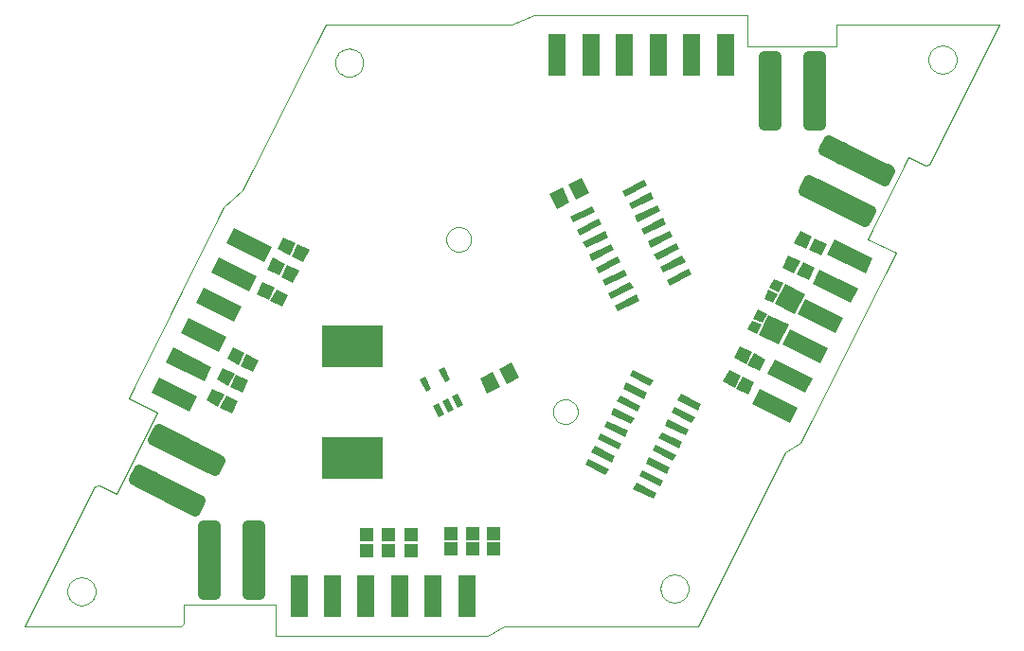
<source format=gbp>
G75*
%MOIN*%
%OFA0B0*%
%FSLAX24Y24*%
%IPPOS*%
%LPD*%
%AMOC8*
5,1,8,0,0,1.08239X$1,22.5*
%
%ADD10C,0.0000*%
%ADD11R,0.0236X0.0866*%
%ADD12R,0.0217X0.0472*%
%ADD13R,0.2165X0.1516*%
%ADD14R,0.0591X0.1496*%
%ADD15C,0.0394*%
%ADD16R,0.0512X0.0591*%
%ADD17R,0.0810X0.0240*%
%ADD18R,0.0472X0.0472*%
%ADD19R,0.0354X0.0354*%
%ADD20R,0.0787X0.0787*%
%ADD21R,0.0472X0.0472*%
D10*
X001464Y001214D02*
X006978Y001214D01*
X007083Y001332D01*
X007084Y001992D01*
X010297Y001990D01*
X010291Y000897D01*
X017774Y000897D01*
X018329Y001214D01*
X025175Y001214D01*
X028236Y007336D01*
X028767Y007690D01*
X032134Y014373D01*
X031140Y014865D01*
X032577Y017739D01*
X033167Y017444D01*
X033315Y017483D01*
X035785Y022424D01*
X030024Y022423D01*
X030024Y022424D02*
X030024Y021647D01*
X026911Y021647D01*
X026911Y022739D01*
X019397Y022739D01*
X018610Y022424D01*
X012065Y022424D01*
X009141Y016568D01*
X008482Y015977D01*
X005126Y009265D01*
X006140Y008753D01*
X004703Y005889D01*
X004112Y006184D01*
X003925Y006145D01*
X001464Y001214D01*
X002981Y002453D02*
X002983Y002497D01*
X002989Y002541D01*
X002999Y002584D01*
X003012Y002626D01*
X003030Y002666D01*
X003051Y002705D01*
X003075Y002742D01*
X003102Y002777D01*
X003133Y002809D01*
X003166Y002838D01*
X003202Y002864D01*
X003240Y002886D01*
X003280Y002905D01*
X003321Y002921D01*
X003364Y002933D01*
X003407Y002941D01*
X003451Y002945D01*
X003495Y002945D01*
X003539Y002941D01*
X003582Y002933D01*
X003625Y002921D01*
X003666Y002905D01*
X003706Y002886D01*
X003744Y002864D01*
X003780Y002838D01*
X003813Y002809D01*
X003844Y002777D01*
X003871Y002742D01*
X003895Y002705D01*
X003916Y002666D01*
X003934Y002626D01*
X003947Y002584D01*
X003957Y002541D01*
X003963Y002497D01*
X003965Y002453D01*
X003963Y002409D01*
X003957Y002365D01*
X003947Y002322D01*
X003934Y002280D01*
X003916Y002240D01*
X003895Y002201D01*
X003871Y002164D01*
X003844Y002129D01*
X003813Y002097D01*
X003780Y002068D01*
X003744Y002042D01*
X003706Y002020D01*
X003666Y002001D01*
X003625Y001985D01*
X003582Y001973D01*
X003539Y001965D01*
X003495Y001961D01*
X003451Y001961D01*
X003407Y001965D01*
X003364Y001973D01*
X003321Y001985D01*
X003280Y002001D01*
X003240Y002020D01*
X003202Y002042D01*
X003166Y002068D01*
X003133Y002097D01*
X003102Y002129D01*
X003075Y002164D01*
X003051Y002201D01*
X003030Y002240D01*
X003012Y002280D01*
X002999Y002322D01*
X002989Y002365D01*
X002983Y002409D01*
X002981Y002453D01*
X016313Y014853D02*
X016315Y014894D01*
X016321Y014935D01*
X016331Y014975D01*
X016344Y015014D01*
X016361Y015051D01*
X016382Y015087D01*
X016406Y015121D01*
X016433Y015152D01*
X016462Y015180D01*
X016495Y015206D01*
X016529Y015228D01*
X016566Y015247D01*
X016604Y015262D01*
X016644Y015274D01*
X016684Y015282D01*
X016725Y015286D01*
X016767Y015286D01*
X016808Y015282D01*
X016848Y015274D01*
X016888Y015262D01*
X016926Y015247D01*
X016962Y015228D01*
X016997Y015206D01*
X017030Y015180D01*
X017059Y015152D01*
X017086Y015121D01*
X017110Y015087D01*
X017131Y015051D01*
X017148Y015014D01*
X017161Y014975D01*
X017171Y014935D01*
X017177Y014894D01*
X017179Y014853D01*
X017177Y014812D01*
X017171Y014771D01*
X017161Y014731D01*
X017148Y014692D01*
X017131Y014655D01*
X017110Y014619D01*
X017086Y014585D01*
X017059Y014554D01*
X017030Y014526D01*
X016997Y014500D01*
X016963Y014478D01*
X016926Y014459D01*
X016888Y014444D01*
X016848Y014432D01*
X016808Y014424D01*
X016767Y014420D01*
X016725Y014420D01*
X016684Y014424D01*
X016644Y014432D01*
X016604Y014444D01*
X016566Y014459D01*
X016530Y014478D01*
X016495Y014500D01*
X016462Y014526D01*
X016433Y014554D01*
X016406Y014585D01*
X016382Y014619D01*
X016361Y014655D01*
X016344Y014692D01*
X016331Y014731D01*
X016321Y014771D01*
X016315Y014812D01*
X016313Y014853D01*
X012400Y021079D02*
X012402Y021123D01*
X012408Y021167D01*
X012418Y021210D01*
X012431Y021252D01*
X012449Y021292D01*
X012470Y021331D01*
X012494Y021368D01*
X012521Y021403D01*
X012552Y021435D01*
X012585Y021464D01*
X012621Y021490D01*
X012659Y021512D01*
X012699Y021531D01*
X012740Y021547D01*
X012783Y021559D01*
X012826Y021567D01*
X012870Y021571D01*
X012914Y021571D01*
X012958Y021567D01*
X013001Y021559D01*
X013044Y021547D01*
X013085Y021531D01*
X013125Y021512D01*
X013163Y021490D01*
X013199Y021464D01*
X013232Y021435D01*
X013263Y021403D01*
X013290Y021368D01*
X013314Y021331D01*
X013335Y021292D01*
X013353Y021252D01*
X013366Y021210D01*
X013376Y021167D01*
X013382Y021123D01*
X013384Y021079D01*
X013382Y021035D01*
X013376Y020991D01*
X013366Y020948D01*
X013353Y020906D01*
X013335Y020866D01*
X013314Y020827D01*
X013290Y020790D01*
X013263Y020755D01*
X013232Y020723D01*
X013199Y020694D01*
X013163Y020668D01*
X013125Y020646D01*
X013085Y020627D01*
X013044Y020611D01*
X013001Y020599D01*
X012958Y020591D01*
X012914Y020587D01*
X012870Y020587D01*
X012826Y020591D01*
X012783Y020599D01*
X012740Y020611D01*
X012699Y020627D01*
X012659Y020646D01*
X012621Y020668D01*
X012585Y020694D01*
X012552Y020723D01*
X012521Y020755D01*
X012494Y020790D01*
X012470Y020827D01*
X012449Y020866D01*
X012431Y020906D01*
X012418Y020948D01*
X012408Y020991D01*
X012402Y021035D01*
X012400Y021079D01*
X020065Y008781D02*
X020067Y008822D01*
X020073Y008863D01*
X020083Y008903D01*
X020096Y008942D01*
X020113Y008979D01*
X020134Y009015D01*
X020158Y009049D01*
X020185Y009080D01*
X020214Y009108D01*
X020247Y009134D01*
X020281Y009156D01*
X020318Y009175D01*
X020356Y009190D01*
X020396Y009202D01*
X020436Y009210D01*
X020477Y009214D01*
X020519Y009214D01*
X020560Y009210D01*
X020600Y009202D01*
X020640Y009190D01*
X020678Y009175D01*
X020714Y009156D01*
X020749Y009134D01*
X020782Y009108D01*
X020811Y009080D01*
X020838Y009049D01*
X020862Y009015D01*
X020883Y008979D01*
X020900Y008942D01*
X020913Y008903D01*
X020923Y008863D01*
X020929Y008822D01*
X020931Y008781D01*
X020929Y008740D01*
X020923Y008699D01*
X020913Y008659D01*
X020900Y008620D01*
X020883Y008583D01*
X020862Y008547D01*
X020838Y008513D01*
X020811Y008482D01*
X020782Y008454D01*
X020749Y008428D01*
X020715Y008406D01*
X020678Y008387D01*
X020640Y008372D01*
X020600Y008360D01*
X020560Y008352D01*
X020519Y008348D01*
X020477Y008348D01*
X020436Y008352D01*
X020396Y008360D01*
X020356Y008372D01*
X020318Y008387D01*
X020282Y008406D01*
X020247Y008428D01*
X020214Y008454D01*
X020185Y008482D01*
X020158Y008513D01*
X020134Y008547D01*
X020113Y008583D01*
X020096Y008620D01*
X020083Y008659D01*
X020073Y008699D01*
X020067Y008740D01*
X020065Y008781D01*
X023850Y002550D02*
X023852Y002594D01*
X023858Y002638D01*
X023868Y002681D01*
X023881Y002723D01*
X023899Y002763D01*
X023920Y002802D01*
X023944Y002839D01*
X023971Y002874D01*
X024002Y002906D01*
X024035Y002935D01*
X024071Y002961D01*
X024109Y002983D01*
X024149Y003002D01*
X024190Y003018D01*
X024233Y003030D01*
X024276Y003038D01*
X024320Y003042D01*
X024364Y003042D01*
X024408Y003038D01*
X024451Y003030D01*
X024494Y003018D01*
X024535Y003002D01*
X024575Y002983D01*
X024613Y002961D01*
X024649Y002935D01*
X024682Y002906D01*
X024713Y002874D01*
X024740Y002839D01*
X024764Y002802D01*
X024785Y002763D01*
X024803Y002723D01*
X024816Y002681D01*
X024826Y002638D01*
X024832Y002594D01*
X024834Y002550D01*
X024832Y002506D01*
X024826Y002462D01*
X024816Y002419D01*
X024803Y002377D01*
X024785Y002337D01*
X024764Y002298D01*
X024740Y002261D01*
X024713Y002226D01*
X024682Y002194D01*
X024649Y002165D01*
X024613Y002139D01*
X024575Y002117D01*
X024535Y002098D01*
X024494Y002082D01*
X024451Y002070D01*
X024408Y002062D01*
X024364Y002058D01*
X024320Y002058D01*
X024276Y002062D01*
X024233Y002070D01*
X024190Y002082D01*
X024149Y002098D01*
X024109Y002117D01*
X024071Y002139D01*
X024035Y002165D01*
X024002Y002194D01*
X023971Y002226D01*
X023944Y002261D01*
X023920Y002298D01*
X023899Y002337D01*
X023881Y002377D01*
X023868Y002419D01*
X023858Y002462D01*
X023852Y002506D01*
X023850Y002550D01*
X033280Y021185D02*
X033282Y021229D01*
X033288Y021273D01*
X033298Y021316D01*
X033311Y021358D01*
X033329Y021398D01*
X033350Y021437D01*
X033374Y021474D01*
X033401Y021509D01*
X033432Y021541D01*
X033465Y021570D01*
X033501Y021596D01*
X033539Y021618D01*
X033579Y021637D01*
X033620Y021653D01*
X033663Y021665D01*
X033706Y021673D01*
X033750Y021677D01*
X033794Y021677D01*
X033838Y021673D01*
X033881Y021665D01*
X033924Y021653D01*
X033965Y021637D01*
X034005Y021618D01*
X034043Y021596D01*
X034079Y021570D01*
X034112Y021541D01*
X034143Y021509D01*
X034170Y021474D01*
X034194Y021437D01*
X034215Y021398D01*
X034233Y021358D01*
X034246Y021316D01*
X034256Y021273D01*
X034262Y021229D01*
X034264Y021185D01*
X034262Y021141D01*
X034256Y021097D01*
X034246Y021054D01*
X034233Y021012D01*
X034215Y020972D01*
X034194Y020933D01*
X034170Y020896D01*
X034143Y020861D01*
X034112Y020829D01*
X034079Y020800D01*
X034043Y020774D01*
X034005Y020752D01*
X033965Y020733D01*
X033924Y020717D01*
X033881Y020705D01*
X033838Y020697D01*
X033794Y020693D01*
X033750Y020693D01*
X033706Y020697D01*
X033663Y020705D01*
X033620Y020717D01*
X033579Y020733D01*
X033539Y020752D01*
X033501Y020774D01*
X033465Y020800D01*
X033432Y020829D01*
X033401Y020861D01*
X033374Y020896D01*
X033350Y020933D01*
X033329Y020972D01*
X033311Y021012D01*
X033298Y021054D01*
X033288Y021097D01*
X033282Y021141D01*
X033280Y021185D01*
D11*
G36*
X023279Y015012D02*
X023173Y015223D01*
X023947Y015610D01*
X024053Y015399D01*
X023279Y015012D01*
G37*
G36*
X023503Y014565D02*
X023397Y014776D01*
X024171Y015163D01*
X024277Y014952D01*
X023503Y014565D01*
G37*
G36*
X023726Y014117D02*
X023620Y014328D01*
X024394Y014715D01*
X024500Y014504D01*
X023726Y014117D01*
G37*
G36*
X023950Y013670D02*
X023844Y013881D01*
X024618Y014268D01*
X024724Y014057D01*
X023950Y013670D01*
G37*
G36*
X024174Y013223D02*
X024068Y013434D01*
X024842Y013821D01*
X024948Y013610D01*
X024174Y013223D01*
G37*
G36*
X022344Y012307D02*
X022238Y012518D01*
X023012Y012905D01*
X023118Y012694D01*
X022344Y012307D01*
G37*
G36*
X022120Y012754D02*
X022014Y012965D01*
X022788Y013352D01*
X022894Y013141D01*
X022120Y012754D01*
G37*
G36*
X021896Y013201D02*
X021790Y013412D01*
X022564Y013799D01*
X022670Y013588D01*
X021896Y013201D01*
G37*
G36*
X021672Y013648D02*
X021566Y013859D01*
X022340Y014246D01*
X022446Y014035D01*
X021672Y013648D01*
G37*
G36*
X021448Y014095D02*
X021342Y014306D01*
X022116Y014693D01*
X022222Y014482D01*
X021448Y014095D01*
G37*
G36*
X021224Y014542D02*
X021118Y014753D01*
X021892Y015140D01*
X021998Y014929D01*
X021224Y014542D01*
G37*
G36*
X021000Y014989D02*
X020894Y015200D01*
X021668Y015587D01*
X021774Y015376D01*
X021000Y014989D01*
G37*
G36*
X020776Y015436D02*
X020670Y015647D01*
X021444Y016034D01*
X021550Y015823D01*
X020776Y015436D01*
G37*
G36*
X022607Y016353D02*
X022501Y016564D01*
X023275Y016951D01*
X023381Y016740D01*
X022607Y016353D01*
G37*
G36*
X022831Y015906D02*
X022725Y016117D01*
X023499Y016504D01*
X023605Y016293D01*
X022831Y015906D01*
G37*
G36*
X023055Y015459D02*
X022949Y015670D01*
X023723Y016057D01*
X023829Y015846D01*
X023055Y015459D01*
G37*
D12*
G36*
X016050Y010242D02*
X016243Y010339D01*
X016454Y009918D01*
X016261Y009821D01*
X016050Y010242D01*
G37*
G36*
X015382Y009907D02*
X015575Y010004D01*
X015786Y009583D01*
X015593Y009486D01*
X015382Y009907D01*
G37*
G36*
X015840Y008992D02*
X016033Y009089D01*
X016244Y008668D01*
X016051Y008571D01*
X015840Y008992D01*
G37*
G36*
X016174Y009159D02*
X016367Y009256D01*
X016578Y008835D01*
X016385Y008738D01*
X016174Y009159D01*
G37*
G36*
X016509Y009327D02*
X016702Y009424D01*
X016913Y009003D01*
X016720Y008906D01*
X016509Y009327D01*
G37*
D13*
X013016Y011074D03*
X013016Y007157D03*
D14*
G36*
X006455Y010509D02*
X006719Y011036D01*
X008055Y010367D01*
X007791Y009840D01*
X006455Y010509D01*
G37*
G36*
X006983Y011565D02*
X007247Y012092D01*
X008583Y011423D01*
X008319Y010896D01*
X006983Y011565D01*
G37*
G36*
X007512Y012621D02*
X007776Y013148D01*
X009112Y012479D01*
X008848Y011952D01*
X007512Y012621D01*
G37*
G36*
X008041Y013677D02*
X008305Y014204D01*
X009641Y013535D01*
X009377Y013008D01*
X008041Y013677D01*
G37*
G36*
X008570Y014734D02*
X008834Y015261D01*
X010170Y014592D01*
X009906Y014065D01*
X008570Y014734D01*
G37*
G36*
X005926Y009453D02*
X006190Y009980D01*
X007526Y009311D01*
X007262Y008784D01*
X005926Y009453D01*
G37*
X011126Y002277D03*
X012307Y002277D03*
X013488Y002277D03*
X014669Y002277D03*
X015850Y002277D03*
X017032Y002277D03*
G36*
X028675Y008905D02*
X028411Y008378D01*
X027075Y009047D01*
X027339Y009574D01*
X028675Y008905D01*
G37*
G36*
X029204Y009962D02*
X028940Y009435D01*
X027604Y010104D01*
X027868Y010631D01*
X029204Y009962D01*
G37*
G36*
X029733Y011018D02*
X029469Y010491D01*
X028133Y011160D01*
X028397Y011687D01*
X029733Y011018D01*
G37*
G36*
X030262Y012074D02*
X029998Y011547D01*
X028662Y012216D01*
X028926Y012743D01*
X030262Y012074D01*
G37*
G36*
X030791Y013130D02*
X030527Y012603D01*
X029191Y013272D01*
X029455Y013799D01*
X030791Y013130D01*
G37*
G36*
X031320Y014186D02*
X031056Y013659D01*
X029720Y014328D01*
X029984Y014855D01*
X031320Y014186D01*
G37*
X026123Y021364D03*
X024942Y021364D03*
X023761Y021364D03*
X022580Y021364D03*
X021399Y021364D03*
X020218Y021364D03*
D15*
X027898Y021273D02*
X027898Y018873D01*
X027506Y018873D01*
X027506Y021273D01*
X027898Y021273D01*
X027898Y019266D02*
X027506Y019266D01*
X027506Y019659D02*
X027898Y019659D01*
X027898Y020052D02*
X027506Y020052D01*
X027506Y020445D02*
X027898Y020445D01*
X027898Y020838D02*
X027506Y020838D01*
X027506Y021231D02*
X027898Y021231D01*
X029472Y021293D02*
X029472Y018893D01*
X029080Y018893D01*
X029080Y021293D01*
X029472Y021293D01*
X029472Y019286D02*
X029080Y019286D01*
X029080Y019679D02*
X029472Y019679D01*
X029472Y020072D02*
X029080Y020072D01*
X029080Y020465D02*
X029472Y020465D01*
X029472Y020858D02*
X029080Y020858D01*
X029080Y021251D02*
X029472Y021251D01*
X029596Y017983D02*
X031741Y016909D01*
X029596Y017983D02*
X029771Y018333D01*
X031916Y017259D01*
X031741Y016909D01*
X031830Y017302D02*
X030956Y017302D01*
X031045Y017695D02*
X030171Y017695D01*
X030260Y018088D02*
X029649Y018088D01*
X028908Y016566D02*
X031053Y015492D01*
X028908Y016566D02*
X029083Y016916D01*
X031228Y015842D01*
X031053Y015492D01*
X031142Y015885D02*
X030268Y015885D01*
X030357Y016278D02*
X029483Y016278D01*
X029572Y016671D02*
X028961Y016671D01*
X009354Y004766D02*
X009354Y002366D01*
X009354Y004766D02*
X009746Y004766D01*
X009746Y002366D01*
X009354Y002366D01*
X009354Y002759D02*
X009746Y002759D01*
X009746Y003152D02*
X009354Y003152D01*
X009354Y003545D02*
X009746Y003545D01*
X009746Y003938D02*
X009354Y003938D01*
X009354Y004331D02*
X009746Y004331D01*
X009746Y004724D02*
X009354Y004724D01*
X007779Y004746D02*
X007779Y002346D01*
X007779Y004746D02*
X008171Y004746D01*
X008171Y002346D01*
X007779Y002346D01*
X007779Y002739D02*
X008171Y002739D01*
X008171Y003132D02*
X007779Y003132D01*
X007779Y003525D02*
X008171Y003525D01*
X008171Y003918D02*
X007779Y003918D01*
X007779Y004311D02*
X008171Y004311D01*
X008171Y004704D02*
X007779Y004704D01*
X007650Y005650D02*
X005505Y006724D01*
X007650Y005650D02*
X007475Y005300D01*
X005330Y006374D01*
X005505Y006724D01*
X006690Y005693D02*
X007564Y005693D01*
X006779Y006086D02*
X005905Y006086D01*
X005994Y006479D02*
X005383Y006479D01*
X006192Y008141D02*
X008337Y007067D01*
X008162Y006717D01*
X006017Y007791D01*
X006192Y008141D01*
X007377Y007110D02*
X008251Y007110D01*
X007466Y007503D02*
X006592Y007503D01*
X006681Y007896D02*
X006070Y007896D01*
D16*
G36*
X018211Y009644D02*
X017755Y009415D01*
X017491Y009942D01*
X017947Y010171D01*
X018211Y009644D01*
G37*
G36*
X018880Y009979D02*
X018424Y009750D01*
X018160Y010277D01*
X018616Y010506D01*
X018880Y009979D01*
G37*
G36*
X019934Y016443D02*
X020390Y016672D01*
X020654Y016145D01*
X020198Y015916D01*
X019934Y016443D01*
G37*
G36*
X020603Y016778D02*
X021059Y017007D01*
X021323Y016480D01*
X020867Y016251D01*
X020603Y016778D01*
G37*
D17*
G36*
X022872Y010253D02*
X023595Y009891D01*
X023488Y009677D01*
X022765Y010039D01*
X022872Y010253D01*
G37*
G36*
X022648Y009806D02*
X023371Y009444D01*
X023264Y009230D01*
X022541Y009592D01*
X022648Y009806D01*
G37*
G36*
X022424Y009359D02*
X023147Y008997D01*
X023040Y008783D01*
X022317Y009145D01*
X022424Y009359D01*
G37*
G36*
X022201Y008912D02*
X022924Y008550D01*
X022817Y008336D01*
X022094Y008698D01*
X022201Y008912D01*
G37*
G36*
X021977Y008465D02*
X022700Y008103D01*
X022593Y007889D01*
X021870Y008251D01*
X021977Y008465D01*
G37*
G36*
X021753Y008018D02*
X022476Y007656D01*
X022369Y007442D01*
X021646Y007804D01*
X021753Y008018D01*
G37*
G36*
X021529Y007571D02*
X022252Y007209D01*
X022145Y006995D01*
X021422Y007357D01*
X021529Y007571D01*
G37*
G36*
X021305Y007123D02*
X022028Y006761D01*
X021921Y006547D01*
X021198Y006909D01*
X021305Y007123D01*
G37*
G36*
X022995Y006277D02*
X023718Y005915D01*
X023611Y005701D01*
X022888Y006063D01*
X022995Y006277D01*
G37*
G36*
X023219Y006724D02*
X023942Y006362D01*
X023835Y006148D01*
X023112Y006510D01*
X023219Y006724D01*
G37*
G36*
X023443Y007171D02*
X024166Y006809D01*
X024059Y006595D01*
X023336Y006957D01*
X023443Y007171D01*
G37*
G36*
X023667Y007618D02*
X024390Y007256D01*
X024283Y007042D01*
X023560Y007404D01*
X023667Y007618D01*
G37*
G36*
X023891Y008065D02*
X024614Y007703D01*
X024507Y007489D01*
X023784Y007851D01*
X023891Y008065D01*
G37*
G36*
X024114Y008513D02*
X024837Y008151D01*
X024730Y007937D01*
X024007Y008299D01*
X024114Y008513D01*
G37*
G36*
X024338Y008960D02*
X025061Y008598D01*
X024954Y008384D01*
X024231Y008746D01*
X024338Y008960D01*
G37*
G36*
X024562Y009407D02*
X025285Y009045D01*
X025178Y008831D01*
X024455Y009193D01*
X024562Y009407D01*
G37*
D18*
G36*
X026466Y009634D02*
X026045Y009845D01*
X026256Y010266D01*
X026677Y010055D01*
X026466Y009634D01*
G37*
G36*
X026941Y009382D02*
X026520Y009593D01*
X026731Y010014D01*
X027152Y009803D01*
X026941Y009382D01*
G37*
G36*
X027341Y010213D02*
X026920Y010424D01*
X027131Y010845D01*
X027552Y010634D01*
X027341Y010213D01*
G37*
G36*
X026865Y010465D02*
X026444Y010676D01*
X026655Y011097D01*
X027076Y010886D01*
X026865Y010465D01*
G37*
G36*
X029068Y013415D02*
X028647Y013626D01*
X028858Y014047D01*
X029279Y013836D01*
X029068Y013415D01*
G37*
G36*
X028551Y013655D02*
X028130Y013866D01*
X028341Y014287D01*
X028762Y014076D01*
X028551Y013655D01*
G37*
G36*
X029491Y014268D02*
X029070Y014479D01*
X029281Y014900D01*
X029702Y014689D01*
X029491Y014268D01*
G37*
G36*
X028976Y014520D02*
X028555Y014731D01*
X028766Y015152D01*
X029187Y014941D01*
X028976Y014520D01*
G37*
G36*
X011072Y014684D02*
X011493Y014473D01*
X011282Y014052D01*
X010861Y014263D01*
X011072Y014684D01*
G37*
G36*
X010585Y014932D02*
X011006Y014721D01*
X010795Y014300D01*
X010374Y014511D01*
X010585Y014932D01*
G37*
G36*
X010220Y014203D02*
X010641Y013992D01*
X010430Y013571D01*
X010009Y013782D01*
X010220Y014203D01*
G37*
G36*
X010707Y013954D02*
X011128Y013743D01*
X010917Y013322D01*
X010496Y013533D01*
X010707Y013954D01*
G37*
G36*
X009854Y013348D02*
X010275Y013137D01*
X010064Y012716D01*
X009643Y012927D01*
X009854Y013348D01*
G37*
G36*
X010325Y013100D02*
X010746Y012889D01*
X010535Y012468D01*
X010114Y012679D01*
X010325Y013100D01*
G37*
G36*
X008801Y011056D02*
X009222Y010845D01*
X009011Y010424D01*
X008590Y010635D01*
X008801Y011056D01*
G37*
G36*
X009288Y010808D02*
X009709Y010597D01*
X009498Y010176D01*
X009077Y010387D01*
X009288Y010808D01*
G37*
G36*
X008922Y010079D02*
X009343Y009868D01*
X009132Y009447D01*
X008711Y009658D01*
X008922Y010079D01*
G37*
G36*
X008435Y010327D02*
X008856Y010116D01*
X008645Y009695D01*
X008224Y009906D01*
X008435Y010327D01*
G37*
G36*
X008070Y009597D02*
X008491Y009386D01*
X008280Y008965D01*
X007859Y009176D01*
X008070Y009597D01*
G37*
G36*
X008556Y009349D02*
X008977Y009138D01*
X008766Y008717D01*
X008345Y008928D01*
X008556Y009349D01*
G37*
D19*
G36*
X027237Y011519D02*
X026921Y011677D01*
X027079Y011993D01*
X027395Y011835D01*
X027237Y011519D01*
G37*
G36*
X027437Y011909D02*
X027121Y012067D01*
X027279Y012383D01*
X027595Y012225D01*
X027437Y011909D01*
G37*
G36*
X027807Y012604D02*
X027491Y012762D01*
X027649Y013078D01*
X027965Y012920D01*
X027807Y012604D01*
G37*
G36*
X028005Y012991D02*
X027689Y013149D01*
X027847Y013465D01*
X028163Y013307D01*
X028005Y012991D01*
G37*
D20*
G36*
X028575Y012225D02*
X027873Y012577D01*
X028225Y013279D01*
X028927Y012927D01*
X028575Y012225D01*
G37*
G36*
X028004Y011145D02*
X027302Y011497D01*
X027654Y012199D01*
X028356Y011847D01*
X028004Y011145D01*
G37*
D21*
X017974Y004490D03*
X017974Y003947D03*
X017224Y003947D03*
X017224Y004490D03*
X016474Y004490D03*
X016474Y003947D03*
X015078Y003895D03*
X015078Y004441D03*
X014266Y004441D03*
X013516Y004441D03*
X013516Y003895D03*
X014266Y003895D03*
M02*

</source>
